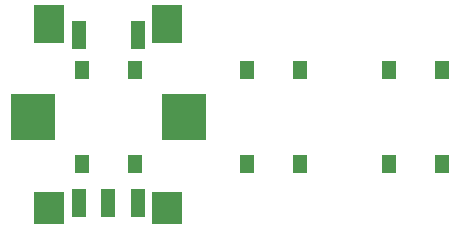
<source format=gbr>
%TF.GenerationSoftware,KiCad,Pcbnew,7.0.10*%
%TF.CreationDate,2024-06-20T20:50:46+02:00*%
%TF.ProjectId,AxxSolder,41787853-6f6c-4646-9572-2e6b69636164,rev?*%
%TF.SameCoordinates,Original*%
%TF.FileFunction,Paste,Top*%
%TF.FilePolarity,Positive*%
%FSLAX46Y46*%
G04 Gerber Fmt 4.6, Leading zero omitted, Abs format (unit mm)*
G04 Created by KiCad (PCBNEW 7.0.10) date 2024-06-20 20:50:46*
%MOMM*%
%LPD*%
G01*
G04 APERTURE LIST*
%ADD10R,1.300000X1.550000*%
%ADD11R,1.300000X2.400000*%
%ADD12R,3.750000X4.000000*%
%ADD13R,2.500000X3.200000*%
%ADD14R,2.500000X2.700000*%
G04 APERTURE END LIST*
D10*
%TO.C,S1*%
X172500000Y-131425000D03*
X168000000Y-131425000D03*
X172500000Y-139375000D03*
X168000000Y-139375000D03*
%TD*%
%TO.C,S3*%
X198500000Y-131425000D03*
X194000000Y-131425000D03*
X198500000Y-139375000D03*
X194000000Y-139375000D03*
%TD*%
D11*
%TO.C,U2*%
X167750000Y-142700000D03*
X170250000Y-142700000D03*
X172750000Y-142700000D03*
X167750000Y-128400000D03*
X172750000Y-128400000D03*
D12*
X163875000Y-135400000D03*
D13*
X165250000Y-127500000D03*
D14*
X165250000Y-143050000D03*
D13*
X175250000Y-127500000D03*
D14*
X175250000Y-143050000D03*
D12*
X176625000Y-135400000D03*
%TD*%
D10*
%TO.C,S2*%
X186500000Y-131425000D03*
X182000000Y-131425000D03*
X186500000Y-139375000D03*
X182000000Y-139375000D03*
%TD*%
M02*

</source>
